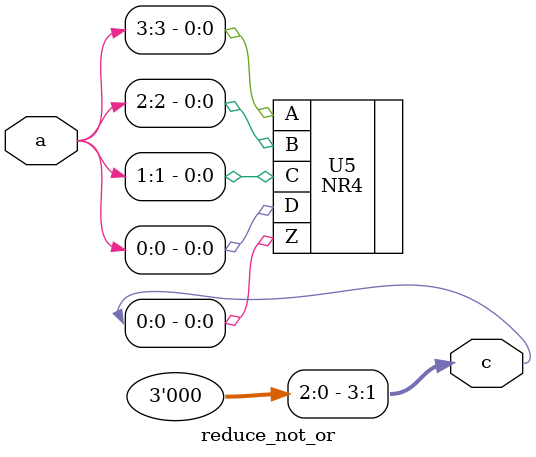
<source format=v>


module reduce_not_or ( a, c );
  input [3:0] a;
  output [3:0] c;

  assign c[1] = 1'b0;
  assign c[2] = 1'b0;
  assign c[3] = 1'b0;

  NR4 U5 ( .A(a[3]), .B(a[2]), .C(a[1]), .D(a[0]), .Z(c[0]) );
endmodule


</source>
